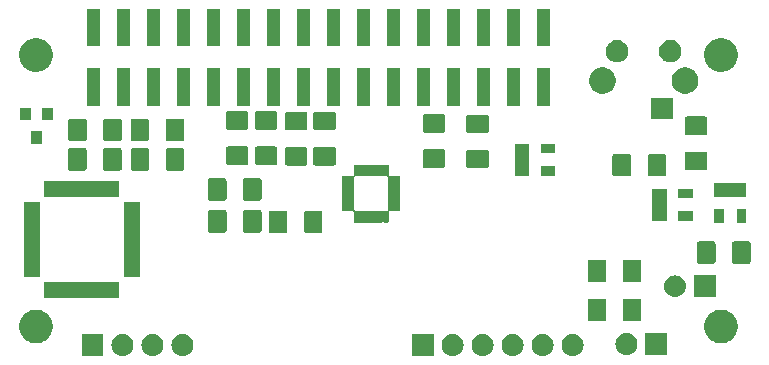
<source format=gbr>
G04 #@! TF.GenerationSoftware,KiCad,Pcbnew,(5.0.1)-4*
G04 #@! TF.CreationDate,2019-04-28T12:35:44+01:00*
G04 #@! TF.ProjectId,Bell-Boy,42656C6C2D426F792E6B696361645F70,rev?*
G04 #@! TF.SameCoordinates,Original*
G04 #@! TF.FileFunction,Soldermask,Bot*
G04 #@! TF.FilePolarity,Negative*
%FSLAX46Y46*%
G04 Gerber Fmt 4.6, Leading zero omitted, Abs format (unit mm)*
G04 Created by KiCad (PCBNEW (5.0.1)-4) date 28/04/2019 12:35:44*
%MOMM*%
%LPD*%
G01*
G04 APERTURE LIST*
%ADD10C,0.100000*%
G04 APERTURE END LIST*
D10*
G36*
X98631567Y-77137202D02*
X98806156Y-77190163D01*
X98967059Y-77276167D01*
X99108091Y-77391909D01*
X99223833Y-77532941D01*
X99309837Y-77693844D01*
X99362798Y-77868433D01*
X99380681Y-78050000D01*
X99362798Y-78231567D01*
X99309837Y-78406156D01*
X99223833Y-78567059D01*
X99108091Y-78708091D01*
X98967059Y-78823833D01*
X98806156Y-78909837D01*
X98752214Y-78926200D01*
X98631567Y-78962798D01*
X98495496Y-78976200D01*
X98404504Y-78976200D01*
X98268433Y-78962798D01*
X98147786Y-78926200D01*
X98093844Y-78909837D01*
X97932941Y-78823833D01*
X97791909Y-78708091D01*
X97676167Y-78567059D01*
X97590163Y-78406156D01*
X97537202Y-78231567D01*
X97519319Y-78050000D01*
X97537202Y-77868433D01*
X97590163Y-77693844D01*
X97676167Y-77532941D01*
X97791909Y-77391909D01*
X97932941Y-77276167D01*
X98093844Y-77190163D01*
X98268433Y-77137202D01*
X98404504Y-77123800D01*
X98495496Y-77123800D01*
X98631567Y-77137202D01*
X98631567Y-77137202D01*
G37*
G36*
X88471567Y-77137202D02*
X88646156Y-77190163D01*
X88807059Y-77276167D01*
X88948091Y-77391909D01*
X89063833Y-77532941D01*
X89149837Y-77693844D01*
X89202798Y-77868433D01*
X89220681Y-78050000D01*
X89202798Y-78231567D01*
X89149837Y-78406156D01*
X89063833Y-78567059D01*
X88948091Y-78708091D01*
X88807059Y-78823833D01*
X88646156Y-78909837D01*
X88471567Y-78962798D01*
X88335496Y-78976200D01*
X88244504Y-78976200D01*
X88108433Y-78962798D01*
X87933844Y-78909837D01*
X87772941Y-78823833D01*
X87631909Y-78708091D01*
X87516167Y-78567059D01*
X87430163Y-78406156D01*
X87377202Y-78231567D01*
X87359319Y-78050000D01*
X87377202Y-77868433D01*
X87430163Y-77693844D01*
X87516167Y-77532941D01*
X87631909Y-77391909D01*
X87772941Y-77276167D01*
X87933844Y-77190163D01*
X88108433Y-77137202D01*
X88244504Y-77123800D01*
X88335496Y-77123800D01*
X88471567Y-77137202D01*
X88471567Y-77137202D01*
G37*
G36*
X86676200Y-78976200D02*
X84823800Y-78976200D01*
X84823800Y-77123800D01*
X86676200Y-77123800D01*
X86676200Y-78976200D01*
X86676200Y-78976200D01*
G37*
G36*
X91011567Y-77137202D02*
X91186156Y-77190163D01*
X91347059Y-77276167D01*
X91488091Y-77391909D01*
X91603833Y-77532941D01*
X91689837Y-77693844D01*
X91742798Y-77868433D01*
X91760681Y-78050000D01*
X91742798Y-78231567D01*
X91689837Y-78406156D01*
X91603833Y-78567059D01*
X91488091Y-78708091D01*
X91347059Y-78823833D01*
X91186156Y-78909837D01*
X91011567Y-78962798D01*
X90875496Y-78976200D01*
X90784504Y-78976200D01*
X90648433Y-78962798D01*
X90473844Y-78909837D01*
X90312941Y-78823833D01*
X90171909Y-78708091D01*
X90056167Y-78567059D01*
X89970163Y-78406156D01*
X89917202Y-78231567D01*
X89899319Y-78050000D01*
X89917202Y-77868433D01*
X89970163Y-77693844D01*
X90056167Y-77532941D01*
X90171909Y-77391909D01*
X90312941Y-77276167D01*
X90473844Y-77190163D01*
X90648433Y-77137202D01*
X90784504Y-77123800D01*
X90875496Y-77123800D01*
X91011567Y-77137202D01*
X91011567Y-77137202D01*
G37*
G36*
X93551567Y-77137202D02*
X93726156Y-77190163D01*
X93887059Y-77276167D01*
X94028091Y-77391909D01*
X94143833Y-77532941D01*
X94229837Y-77693844D01*
X94282798Y-77868433D01*
X94300681Y-78050000D01*
X94282798Y-78231567D01*
X94229837Y-78406156D01*
X94143833Y-78567059D01*
X94028091Y-78708091D01*
X93887059Y-78823833D01*
X93726156Y-78909837D01*
X93551567Y-78962798D01*
X93415496Y-78976200D01*
X93324504Y-78976200D01*
X93188433Y-78962798D01*
X93013844Y-78909837D01*
X92852941Y-78823833D01*
X92711909Y-78708091D01*
X92596167Y-78567059D01*
X92510163Y-78406156D01*
X92457202Y-78231567D01*
X92439319Y-78050000D01*
X92457202Y-77868433D01*
X92510163Y-77693844D01*
X92596167Y-77532941D01*
X92711909Y-77391909D01*
X92852941Y-77276167D01*
X93013844Y-77190163D01*
X93188433Y-77137202D01*
X93324504Y-77123800D01*
X93415496Y-77123800D01*
X93551567Y-77137202D01*
X93551567Y-77137202D01*
G37*
G36*
X96091567Y-77137202D02*
X96266156Y-77190163D01*
X96427059Y-77276167D01*
X96568091Y-77391909D01*
X96683833Y-77532941D01*
X96769837Y-77693844D01*
X96822798Y-77868433D01*
X96840681Y-78050000D01*
X96822798Y-78231567D01*
X96769837Y-78406156D01*
X96683833Y-78567059D01*
X96568091Y-78708091D01*
X96427059Y-78823833D01*
X96266156Y-78909837D01*
X96091567Y-78962798D01*
X95955496Y-78976200D01*
X95864504Y-78976200D01*
X95728433Y-78962798D01*
X95553844Y-78909837D01*
X95392941Y-78823833D01*
X95251909Y-78708091D01*
X95136167Y-78567059D01*
X95050163Y-78406156D01*
X94997202Y-78231567D01*
X94979319Y-78050000D01*
X94997202Y-77868433D01*
X95050163Y-77693844D01*
X95136167Y-77532941D01*
X95251909Y-77391909D01*
X95392941Y-77276167D01*
X95553844Y-77190163D01*
X95728433Y-77137202D01*
X95864504Y-77123800D01*
X95955496Y-77123800D01*
X96091567Y-77137202D01*
X96091567Y-77137202D01*
G37*
G36*
X60521567Y-77137202D02*
X60696156Y-77190163D01*
X60857059Y-77276167D01*
X60998091Y-77391909D01*
X61113833Y-77532941D01*
X61199837Y-77693844D01*
X61252798Y-77868433D01*
X61270681Y-78050000D01*
X61252798Y-78231567D01*
X61199837Y-78406156D01*
X61113833Y-78567059D01*
X60998091Y-78708091D01*
X60857059Y-78823833D01*
X60696156Y-78909837D01*
X60521567Y-78962798D01*
X60385496Y-78976200D01*
X60294504Y-78976200D01*
X60158433Y-78962798D01*
X59983844Y-78909837D01*
X59822941Y-78823833D01*
X59681909Y-78708091D01*
X59566167Y-78567059D01*
X59480163Y-78406156D01*
X59427202Y-78231567D01*
X59409319Y-78050000D01*
X59427202Y-77868433D01*
X59480163Y-77693844D01*
X59566167Y-77532941D01*
X59681909Y-77391909D01*
X59822941Y-77276167D01*
X59983844Y-77190163D01*
X60158433Y-77137202D01*
X60294504Y-77123800D01*
X60385496Y-77123800D01*
X60521567Y-77137202D01*
X60521567Y-77137202D01*
G37*
G36*
X63061567Y-77137202D02*
X63236156Y-77190163D01*
X63397059Y-77276167D01*
X63538091Y-77391909D01*
X63653833Y-77532941D01*
X63739837Y-77693844D01*
X63792798Y-77868433D01*
X63810681Y-78050000D01*
X63792798Y-78231567D01*
X63739837Y-78406156D01*
X63653833Y-78567059D01*
X63538091Y-78708091D01*
X63397059Y-78823833D01*
X63236156Y-78909837D01*
X63061567Y-78962798D01*
X62925496Y-78976200D01*
X62834504Y-78976200D01*
X62698433Y-78962798D01*
X62523844Y-78909837D01*
X62362941Y-78823833D01*
X62221909Y-78708091D01*
X62106167Y-78567059D01*
X62020163Y-78406156D01*
X61967202Y-78231567D01*
X61949319Y-78050000D01*
X61967202Y-77868433D01*
X62020163Y-77693844D01*
X62106167Y-77532941D01*
X62221909Y-77391909D01*
X62362941Y-77276167D01*
X62523844Y-77190163D01*
X62698433Y-77137202D01*
X62834504Y-77123800D01*
X62925496Y-77123800D01*
X63061567Y-77137202D01*
X63061567Y-77137202D01*
G37*
G36*
X65601567Y-77137202D02*
X65776156Y-77190163D01*
X65937059Y-77276167D01*
X66078091Y-77391909D01*
X66193833Y-77532941D01*
X66279837Y-77693844D01*
X66332798Y-77868433D01*
X66350681Y-78050000D01*
X66332798Y-78231567D01*
X66279837Y-78406156D01*
X66193833Y-78567059D01*
X66078091Y-78708091D01*
X65937059Y-78823833D01*
X65776156Y-78909837D01*
X65601567Y-78962798D01*
X65465496Y-78976200D01*
X65374504Y-78976200D01*
X65238433Y-78962798D01*
X65063844Y-78909837D01*
X64902941Y-78823833D01*
X64761909Y-78708091D01*
X64646167Y-78567059D01*
X64560163Y-78406156D01*
X64507202Y-78231567D01*
X64489319Y-78050000D01*
X64507202Y-77868433D01*
X64560163Y-77693844D01*
X64646167Y-77532941D01*
X64761909Y-77391909D01*
X64902941Y-77276167D01*
X65063844Y-77190163D01*
X65238433Y-77137202D01*
X65374504Y-77123800D01*
X65465496Y-77123800D01*
X65601567Y-77137202D01*
X65601567Y-77137202D01*
G37*
G36*
X58726200Y-78976200D02*
X56873800Y-78976200D01*
X56873800Y-77123800D01*
X58726200Y-77123800D01*
X58726200Y-78976200D01*
X58726200Y-78976200D01*
G37*
G36*
X103191567Y-77087202D02*
X103366156Y-77140163D01*
X103527059Y-77226167D01*
X103668091Y-77341909D01*
X103783833Y-77482941D01*
X103869837Y-77643844D01*
X103922798Y-77818433D01*
X103940681Y-78000000D01*
X103922798Y-78181567D01*
X103869837Y-78356156D01*
X103783833Y-78517059D01*
X103668091Y-78658091D01*
X103527059Y-78773833D01*
X103366156Y-78859837D01*
X103191567Y-78912798D01*
X103055496Y-78926200D01*
X102964504Y-78926200D01*
X102828433Y-78912798D01*
X102653844Y-78859837D01*
X102492941Y-78773833D01*
X102351909Y-78658091D01*
X102236167Y-78517059D01*
X102150163Y-78356156D01*
X102097202Y-78181567D01*
X102079319Y-78000000D01*
X102097202Y-77818433D01*
X102150163Y-77643844D01*
X102236167Y-77482941D01*
X102351909Y-77341909D01*
X102492941Y-77226167D01*
X102653844Y-77140163D01*
X102828433Y-77087202D01*
X102964504Y-77073800D01*
X103055496Y-77073800D01*
X103191567Y-77087202D01*
X103191567Y-77087202D01*
G37*
G36*
X106476200Y-78926200D02*
X104623800Y-78926200D01*
X104623800Y-77073800D01*
X106476200Y-77073800D01*
X106476200Y-78926200D01*
X106476200Y-78926200D01*
G37*
G36*
X111416007Y-75128608D02*
X111675559Y-75236118D01*
X111909150Y-75392198D01*
X112107802Y-75590850D01*
X112263882Y-75824441D01*
X112371392Y-76083993D01*
X112426200Y-76359532D01*
X112426200Y-76640468D01*
X112371392Y-76916007D01*
X112263882Y-77175559D01*
X112107802Y-77409150D01*
X111909150Y-77607802D01*
X111675559Y-77763882D01*
X111416007Y-77871392D01*
X111140468Y-77926200D01*
X110859532Y-77926200D01*
X110583993Y-77871392D01*
X110324441Y-77763882D01*
X110090850Y-77607802D01*
X109892198Y-77409150D01*
X109736118Y-77175559D01*
X109628608Y-76916007D01*
X109573800Y-76640468D01*
X109573800Y-76359532D01*
X109628608Y-76083993D01*
X109736118Y-75824441D01*
X109892198Y-75590850D01*
X110090850Y-75392198D01*
X110324441Y-75236118D01*
X110583993Y-75128608D01*
X110859532Y-75073800D01*
X111140468Y-75073800D01*
X111416007Y-75128608D01*
X111416007Y-75128608D01*
G37*
G36*
X53416005Y-75128607D02*
X53675557Y-75236117D01*
X53909148Y-75392197D01*
X54107800Y-75590849D01*
X54263880Y-75824440D01*
X54371390Y-76083992D01*
X54426198Y-76359531D01*
X54426198Y-76640467D01*
X54371390Y-76916006D01*
X54263880Y-77175558D01*
X54107800Y-77409149D01*
X53909148Y-77607801D01*
X53675557Y-77763881D01*
X53416005Y-77871391D01*
X53140466Y-77926199D01*
X52859530Y-77926199D01*
X52583991Y-77871391D01*
X52324439Y-77763881D01*
X52090848Y-77607801D01*
X51892196Y-77409149D01*
X51736116Y-77175558D01*
X51628606Y-76916006D01*
X51573798Y-76640467D01*
X51573798Y-76359531D01*
X51628606Y-76083992D01*
X51736116Y-75824440D01*
X51892196Y-75590849D01*
X52090848Y-75392197D01*
X52324439Y-75236117D01*
X52583991Y-75128607D01*
X52859530Y-75073799D01*
X53140466Y-75073799D01*
X53416005Y-75128607D01*
X53416005Y-75128607D01*
G37*
G36*
X101144685Y-74153136D02*
X101181024Y-74164159D01*
X101214504Y-74182054D01*
X101243857Y-74206143D01*
X101267946Y-74235496D01*
X101285841Y-74268976D01*
X101296864Y-74305315D01*
X101301200Y-74349334D01*
X101301200Y-75850666D01*
X101296864Y-75894685D01*
X101285841Y-75931024D01*
X101267946Y-75964504D01*
X101243857Y-75993857D01*
X101214504Y-76017946D01*
X101181024Y-76035841D01*
X101144685Y-76046864D01*
X101100666Y-76051200D01*
X99924334Y-76051200D01*
X99880315Y-76046864D01*
X99843976Y-76035841D01*
X99810496Y-76017946D01*
X99781143Y-75993857D01*
X99757054Y-75964504D01*
X99739159Y-75931024D01*
X99728136Y-75894685D01*
X99723800Y-75850666D01*
X99723800Y-74349334D01*
X99728136Y-74305315D01*
X99739159Y-74268976D01*
X99757054Y-74235496D01*
X99781143Y-74206143D01*
X99810496Y-74182054D01*
X99843976Y-74164159D01*
X99880315Y-74153136D01*
X99924334Y-74148800D01*
X101100666Y-74148800D01*
X101144685Y-74153136D01*
X101144685Y-74153136D01*
G37*
G36*
X104119685Y-74153136D02*
X104156024Y-74164159D01*
X104189504Y-74182054D01*
X104218857Y-74206143D01*
X104242946Y-74235496D01*
X104260841Y-74268976D01*
X104271864Y-74305315D01*
X104276200Y-74349334D01*
X104276200Y-75850666D01*
X104271864Y-75894685D01*
X104260841Y-75931024D01*
X104242946Y-75964504D01*
X104218857Y-75993857D01*
X104189504Y-76017946D01*
X104156024Y-76035841D01*
X104119685Y-76046864D01*
X104075666Y-76051200D01*
X102899334Y-76051200D01*
X102855315Y-76046864D01*
X102818976Y-76035841D01*
X102785496Y-76017946D01*
X102756143Y-75993857D01*
X102732054Y-75964504D01*
X102714159Y-75931024D01*
X102703136Y-75894685D01*
X102698800Y-75850666D01*
X102698800Y-74349334D01*
X102703136Y-74305315D01*
X102714159Y-74268976D01*
X102732054Y-74235496D01*
X102756143Y-74206143D01*
X102785496Y-74182054D01*
X102818976Y-74164159D01*
X102855315Y-74153136D01*
X102899334Y-74148800D01*
X104075666Y-74148800D01*
X104119685Y-74153136D01*
X104119685Y-74153136D01*
G37*
G36*
X60076200Y-74076200D02*
X53723800Y-74076200D01*
X53723800Y-72723800D01*
X60076200Y-72723800D01*
X60076200Y-74076200D01*
X60076200Y-74076200D01*
G37*
G36*
X110576200Y-74026200D02*
X108723800Y-74026200D01*
X108723800Y-72173800D01*
X110576200Y-72173800D01*
X110576200Y-74026200D01*
X110576200Y-74026200D01*
G37*
G36*
X107291567Y-72187202D02*
X107466156Y-72240163D01*
X107627059Y-72326167D01*
X107768091Y-72441909D01*
X107883833Y-72582941D01*
X107969837Y-72743844D01*
X108022798Y-72918433D01*
X108040681Y-73100000D01*
X108022798Y-73281567D01*
X107969837Y-73456156D01*
X107883833Y-73617059D01*
X107768091Y-73758091D01*
X107627059Y-73873833D01*
X107466156Y-73959837D01*
X107291567Y-74012798D01*
X107155496Y-74026200D01*
X107064504Y-74026200D01*
X106928433Y-74012798D01*
X106753844Y-73959837D01*
X106592941Y-73873833D01*
X106451909Y-73758091D01*
X106336167Y-73617059D01*
X106250163Y-73456156D01*
X106197202Y-73281567D01*
X106179319Y-73100000D01*
X106197202Y-72918433D01*
X106250163Y-72743844D01*
X106336167Y-72582941D01*
X106451909Y-72441909D01*
X106592941Y-72326167D01*
X106753844Y-72240163D01*
X106928433Y-72187202D01*
X107064504Y-72173800D01*
X107155496Y-72173800D01*
X107291567Y-72187202D01*
X107291567Y-72187202D01*
G37*
G36*
X101144685Y-70853136D02*
X101181024Y-70864159D01*
X101214504Y-70882054D01*
X101243857Y-70906143D01*
X101267946Y-70935496D01*
X101285841Y-70968976D01*
X101296864Y-71005315D01*
X101301200Y-71049334D01*
X101301200Y-72550666D01*
X101296864Y-72594685D01*
X101285841Y-72631024D01*
X101267946Y-72664504D01*
X101243857Y-72693857D01*
X101214504Y-72717946D01*
X101181024Y-72735841D01*
X101144685Y-72746864D01*
X101100666Y-72751200D01*
X99924334Y-72751200D01*
X99880315Y-72746864D01*
X99843976Y-72735841D01*
X99810496Y-72717946D01*
X99781143Y-72693857D01*
X99757054Y-72664504D01*
X99739159Y-72631024D01*
X99728136Y-72594685D01*
X99723800Y-72550666D01*
X99723800Y-71049334D01*
X99728136Y-71005315D01*
X99739159Y-70968976D01*
X99757054Y-70935496D01*
X99781143Y-70906143D01*
X99810496Y-70882054D01*
X99843976Y-70864159D01*
X99880315Y-70853136D01*
X99924334Y-70848800D01*
X101100666Y-70848800D01*
X101144685Y-70853136D01*
X101144685Y-70853136D01*
G37*
G36*
X104119685Y-70853136D02*
X104156024Y-70864159D01*
X104189504Y-70882054D01*
X104218857Y-70906143D01*
X104242946Y-70935496D01*
X104260841Y-70968976D01*
X104271864Y-71005315D01*
X104276200Y-71049334D01*
X104276200Y-72550666D01*
X104271864Y-72594685D01*
X104260841Y-72631024D01*
X104242946Y-72664504D01*
X104218857Y-72693857D01*
X104189504Y-72717946D01*
X104156024Y-72735841D01*
X104119685Y-72746864D01*
X104075666Y-72751200D01*
X102899334Y-72751200D01*
X102855315Y-72746864D01*
X102818976Y-72735841D01*
X102785496Y-72717946D01*
X102756143Y-72693857D01*
X102732054Y-72664504D01*
X102714159Y-72631024D01*
X102703136Y-72594685D01*
X102698800Y-72550666D01*
X102698800Y-71049334D01*
X102703136Y-71005315D01*
X102714159Y-70968976D01*
X102732054Y-70935496D01*
X102756143Y-70906143D01*
X102785496Y-70882054D01*
X102818976Y-70864159D01*
X102855315Y-70853136D01*
X102899334Y-70848800D01*
X104075666Y-70848800D01*
X104119685Y-70853136D01*
X104119685Y-70853136D01*
G37*
G36*
X53326200Y-72326200D02*
X51973800Y-72326200D01*
X51973800Y-65973800D01*
X53326200Y-65973800D01*
X53326200Y-72326200D01*
X53326200Y-72326200D01*
G37*
G36*
X61826200Y-72326200D02*
X60473800Y-72326200D01*
X60473800Y-65973800D01*
X61826200Y-65973800D01*
X61826200Y-72326200D01*
X61826200Y-72326200D01*
G37*
G36*
X113369685Y-69303136D02*
X113406024Y-69314159D01*
X113439504Y-69332054D01*
X113468857Y-69356143D01*
X113492946Y-69385496D01*
X113510841Y-69418976D01*
X113521864Y-69455315D01*
X113526200Y-69499334D01*
X113526200Y-71000666D01*
X113521864Y-71044685D01*
X113510841Y-71081024D01*
X113492946Y-71114504D01*
X113468857Y-71143857D01*
X113439504Y-71167946D01*
X113406024Y-71185841D01*
X113369685Y-71196864D01*
X113325666Y-71201200D01*
X112149334Y-71201200D01*
X112105315Y-71196864D01*
X112068976Y-71185841D01*
X112035496Y-71167946D01*
X112006143Y-71143857D01*
X111982054Y-71114504D01*
X111964159Y-71081024D01*
X111953136Y-71044685D01*
X111948800Y-71000666D01*
X111948800Y-69499334D01*
X111953136Y-69455315D01*
X111964159Y-69418976D01*
X111982054Y-69385496D01*
X112006143Y-69356143D01*
X112035496Y-69332054D01*
X112068976Y-69314159D01*
X112105315Y-69303136D01*
X112149334Y-69298800D01*
X113325666Y-69298800D01*
X113369685Y-69303136D01*
X113369685Y-69303136D01*
G37*
G36*
X110394685Y-69303136D02*
X110431024Y-69314159D01*
X110464504Y-69332054D01*
X110493857Y-69356143D01*
X110517946Y-69385496D01*
X110535841Y-69418976D01*
X110546864Y-69455315D01*
X110551200Y-69499334D01*
X110551200Y-71000666D01*
X110546864Y-71044685D01*
X110535841Y-71081024D01*
X110517946Y-71114504D01*
X110493857Y-71143857D01*
X110464504Y-71167946D01*
X110431024Y-71185841D01*
X110394685Y-71196864D01*
X110350666Y-71201200D01*
X109174334Y-71201200D01*
X109130315Y-71196864D01*
X109093976Y-71185841D01*
X109060496Y-71167946D01*
X109031143Y-71143857D01*
X109007054Y-71114504D01*
X108989159Y-71081024D01*
X108978136Y-71044685D01*
X108973800Y-71000666D01*
X108973800Y-69499334D01*
X108978136Y-69455315D01*
X108989159Y-69418976D01*
X109007054Y-69385496D01*
X109031143Y-69356143D01*
X109060496Y-69332054D01*
X109093976Y-69314159D01*
X109130315Y-69303136D01*
X109174334Y-69298800D01*
X110350666Y-69298800D01*
X110394685Y-69303136D01*
X110394685Y-69303136D01*
G37*
G36*
X74144685Y-66703136D02*
X74181024Y-66714159D01*
X74214504Y-66732054D01*
X74243857Y-66756143D01*
X74267946Y-66785496D01*
X74285841Y-66818976D01*
X74296864Y-66855315D01*
X74301200Y-66899334D01*
X74301200Y-68400666D01*
X74296864Y-68444685D01*
X74285841Y-68481024D01*
X74267946Y-68514504D01*
X74243857Y-68543857D01*
X74214504Y-68567946D01*
X74181024Y-68585841D01*
X74144685Y-68596864D01*
X74100666Y-68601200D01*
X72924334Y-68601200D01*
X72880315Y-68596864D01*
X72843976Y-68585841D01*
X72810496Y-68567946D01*
X72781143Y-68543857D01*
X72757054Y-68514504D01*
X72739159Y-68481024D01*
X72728136Y-68444685D01*
X72723800Y-68400666D01*
X72723800Y-66899334D01*
X72728136Y-66855315D01*
X72739159Y-66818976D01*
X72757054Y-66785496D01*
X72781143Y-66756143D01*
X72810496Y-66732054D01*
X72843976Y-66714159D01*
X72880315Y-66703136D01*
X72924334Y-66698800D01*
X74100666Y-66698800D01*
X74144685Y-66703136D01*
X74144685Y-66703136D01*
G37*
G36*
X77119685Y-66703136D02*
X77156024Y-66714159D01*
X77189504Y-66732054D01*
X77218857Y-66756143D01*
X77242946Y-66785496D01*
X77260841Y-66818976D01*
X77271864Y-66855315D01*
X77276200Y-66899334D01*
X77276200Y-68400666D01*
X77271864Y-68444685D01*
X77260841Y-68481024D01*
X77242946Y-68514504D01*
X77218857Y-68543857D01*
X77189504Y-68567946D01*
X77156024Y-68585841D01*
X77119685Y-68596864D01*
X77075666Y-68601200D01*
X75899334Y-68601200D01*
X75855315Y-68596864D01*
X75818976Y-68585841D01*
X75785496Y-68567946D01*
X75756143Y-68543857D01*
X75732054Y-68514504D01*
X75714159Y-68481024D01*
X75703136Y-68444685D01*
X75698800Y-68400666D01*
X75698800Y-66899334D01*
X75703136Y-66855315D01*
X75714159Y-66818976D01*
X75732054Y-66785496D01*
X75756143Y-66756143D01*
X75785496Y-66732054D01*
X75818976Y-66714159D01*
X75855315Y-66703136D01*
X75899334Y-66698800D01*
X77075666Y-66698800D01*
X77119685Y-66703136D01*
X77119685Y-66703136D01*
G37*
G36*
X71969685Y-66653136D02*
X72006024Y-66664159D01*
X72039504Y-66682054D01*
X72068857Y-66706143D01*
X72092946Y-66735496D01*
X72110841Y-66768976D01*
X72121864Y-66805315D01*
X72126200Y-66849334D01*
X72126200Y-68350666D01*
X72121864Y-68394685D01*
X72110841Y-68431024D01*
X72092946Y-68464504D01*
X72068857Y-68493857D01*
X72039504Y-68517946D01*
X72006024Y-68535841D01*
X71969685Y-68546864D01*
X71925666Y-68551200D01*
X70749334Y-68551200D01*
X70705315Y-68546864D01*
X70668976Y-68535841D01*
X70635496Y-68517946D01*
X70606143Y-68493857D01*
X70582054Y-68464504D01*
X70564159Y-68431024D01*
X70553136Y-68394685D01*
X70548800Y-68350666D01*
X70548800Y-66849334D01*
X70553136Y-66805315D01*
X70564159Y-66768976D01*
X70582054Y-66735496D01*
X70606143Y-66706143D01*
X70635496Y-66682054D01*
X70668976Y-66664159D01*
X70705315Y-66653136D01*
X70749334Y-66648800D01*
X71925666Y-66648800D01*
X71969685Y-66653136D01*
X71969685Y-66653136D01*
G37*
G36*
X68994685Y-66653136D02*
X69031024Y-66664159D01*
X69064504Y-66682054D01*
X69093857Y-66706143D01*
X69117946Y-66735496D01*
X69135841Y-66768976D01*
X69146864Y-66805315D01*
X69151200Y-66849334D01*
X69151200Y-68350666D01*
X69146864Y-68394685D01*
X69135841Y-68431024D01*
X69117946Y-68464504D01*
X69093857Y-68493857D01*
X69064504Y-68517946D01*
X69031024Y-68535841D01*
X68994685Y-68546864D01*
X68950666Y-68551200D01*
X67774334Y-68551200D01*
X67730315Y-68546864D01*
X67693976Y-68535841D01*
X67660496Y-68517946D01*
X67631143Y-68493857D01*
X67607054Y-68464504D01*
X67589159Y-68431024D01*
X67578136Y-68394685D01*
X67573800Y-68350666D01*
X67573800Y-66849334D01*
X67578136Y-66805315D01*
X67589159Y-66768976D01*
X67607054Y-66735496D01*
X67631143Y-66706143D01*
X67660496Y-66682054D01*
X67693976Y-66664159D01*
X67730315Y-66653136D01*
X67774334Y-66648800D01*
X68950666Y-66648800D01*
X68994685Y-66653136D01*
X68994685Y-66653136D01*
G37*
G36*
X113151200Y-67756200D02*
X112348800Y-67756200D01*
X112348800Y-66543800D01*
X113151200Y-66543800D01*
X113151200Y-67756200D01*
X113151200Y-67756200D01*
G37*
G36*
X111251200Y-67756200D02*
X110448800Y-67756200D01*
X110448800Y-66543800D01*
X111251200Y-66543800D01*
X111251200Y-67756200D01*
X111251200Y-67756200D01*
G37*
G36*
X80336158Y-62800356D02*
X80351003Y-62804860D01*
X80363130Y-62809883D01*
X80387548Y-62814741D01*
X80412445Y-62814742D01*
X80436863Y-62809885D01*
X80448993Y-62804861D01*
X80463842Y-62800356D01*
X80479643Y-62798800D01*
X80820357Y-62798800D01*
X80836158Y-62800356D01*
X80851003Y-62804860D01*
X80863130Y-62809883D01*
X80887548Y-62814741D01*
X80912445Y-62814742D01*
X80936863Y-62809885D01*
X80948993Y-62804861D01*
X80963842Y-62800356D01*
X80979643Y-62798800D01*
X81320357Y-62798800D01*
X81336158Y-62800356D01*
X81351003Y-62804860D01*
X81363130Y-62809883D01*
X81387548Y-62814741D01*
X81412445Y-62814742D01*
X81436863Y-62809885D01*
X81448993Y-62804861D01*
X81463842Y-62800356D01*
X81479643Y-62798800D01*
X81820357Y-62798800D01*
X81836158Y-62800356D01*
X81851003Y-62804860D01*
X81863130Y-62809883D01*
X81887548Y-62814741D01*
X81912445Y-62814742D01*
X81936863Y-62809885D01*
X81948993Y-62804861D01*
X81963842Y-62800356D01*
X81979643Y-62798800D01*
X82320357Y-62798800D01*
X82336158Y-62800356D01*
X82351003Y-62804860D01*
X82363130Y-62809883D01*
X82387548Y-62814741D01*
X82412445Y-62814742D01*
X82436863Y-62809885D01*
X82448993Y-62804861D01*
X82463842Y-62800356D01*
X82479643Y-62798800D01*
X82820357Y-62798800D01*
X82836158Y-62800356D01*
X82845348Y-62803144D01*
X82853813Y-62807668D01*
X82861238Y-62813762D01*
X82867332Y-62821187D01*
X82871856Y-62829652D01*
X82874644Y-62838842D01*
X82876200Y-62854643D01*
X82876200Y-63646800D01*
X82878640Y-63671576D01*
X82885867Y-63695401D01*
X82897603Y-63717357D01*
X82913397Y-63736603D01*
X82932643Y-63752397D01*
X82954599Y-63764133D01*
X82978424Y-63771360D01*
X83003200Y-63773800D01*
X83795357Y-63773800D01*
X83811158Y-63775356D01*
X83820348Y-63778144D01*
X83828813Y-63782668D01*
X83836238Y-63788762D01*
X83842332Y-63796187D01*
X83846856Y-63804652D01*
X83849644Y-63813842D01*
X83851200Y-63829643D01*
X83851200Y-64170357D01*
X83849644Y-64186158D01*
X83845140Y-64201003D01*
X83840117Y-64213130D01*
X83835259Y-64237548D01*
X83835258Y-64262445D01*
X83840115Y-64286863D01*
X83845139Y-64298993D01*
X83849644Y-64313842D01*
X83851200Y-64329643D01*
X83851200Y-64670357D01*
X83849644Y-64686158D01*
X83845140Y-64701003D01*
X83840117Y-64713130D01*
X83835259Y-64737548D01*
X83835258Y-64762445D01*
X83840115Y-64786863D01*
X83845139Y-64798993D01*
X83849644Y-64813842D01*
X83851200Y-64829643D01*
X83851200Y-65170357D01*
X83849644Y-65186158D01*
X83845140Y-65201003D01*
X83840117Y-65213130D01*
X83835259Y-65237548D01*
X83835258Y-65262445D01*
X83840115Y-65286863D01*
X83845139Y-65298993D01*
X83849644Y-65313842D01*
X83851200Y-65329643D01*
X83851200Y-65670357D01*
X83849644Y-65686158D01*
X83845140Y-65701003D01*
X83840117Y-65713130D01*
X83835259Y-65737548D01*
X83835258Y-65762445D01*
X83840115Y-65786863D01*
X83845139Y-65798993D01*
X83849644Y-65813842D01*
X83851200Y-65829643D01*
X83851200Y-66170357D01*
X83849644Y-66186158D01*
X83845140Y-66201003D01*
X83840117Y-66213130D01*
X83835259Y-66237548D01*
X83835258Y-66262445D01*
X83840115Y-66286863D01*
X83845139Y-66298993D01*
X83849644Y-66313842D01*
X83851200Y-66329643D01*
X83851200Y-66670357D01*
X83849644Y-66686158D01*
X83846856Y-66695348D01*
X83842332Y-66703813D01*
X83836238Y-66711238D01*
X83828813Y-66717332D01*
X83820348Y-66721856D01*
X83811158Y-66724644D01*
X83795357Y-66726200D01*
X83003200Y-66726200D01*
X82978424Y-66728640D01*
X82954599Y-66735867D01*
X82932643Y-66747603D01*
X82913397Y-66763397D01*
X82897603Y-66782643D01*
X82885867Y-66804599D01*
X82878640Y-66828424D01*
X82876200Y-66853200D01*
X82876200Y-67645357D01*
X82874644Y-67661158D01*
X82871856Y-67670348D01*
X82867332Y-67678813D01*
X82861238Y-67686238D01*
X82853813Y-67692332D01*
X82845348Y-67696856D01*
X82836158Y-67699644D01*
X82820357Y-67701200D01*
X82479643Y-67701200D01*
X82463842Y-67699644D01*
X82448997Y-67695140D01*
X82436870Y-67690117D01*
X82412452Y-67685259D01*
X82387555Y-67685258D01*
X82363137Y-67690115D01*
X82351007Y-67695139D01*
X82336158Y-67699644D01*
X82320357Y-67701200D01*
X81979643Y-67701200D01*
X81963842Y-67699644D01*
X81948997Y-67695140D01*
X81936870Y-67690117D01*
X81912452Y-67685259D01*
X81887555Y-67685258D01*
X81863137Y-67690115D01*
X81851007Y-67695139D01*
X81836158Y-67699644D01*
X81820357Y-67701200D01*
X81479643Y-67701200D01*
X81463842Y-67699644D01*
X81448997Y-67695140D01*
X81436870Y-67690117D01*
X81412452Y-67685259D01*
X81387555Y-67685258D01*
X81363137Y-67690115D01*
X81351007Y-67695139D01*
X81336158Y-67699644D01*
X81320357Y-67701200D01*
X80979643Y-67701200D01*
X80963842Y-67699644D01*
X80948997Y-67695140D01*
X80936870Y-67690117D01*
X80912452Y-67685259D01*
X80887555Y-67685258D01*
X80863137Y-67690115D01*
X80851007Y-67695139D01*
X80836158Y-67699644D01*
X80820357Y-67701200D01*
X80479643Y-67701200D01*
X80463842Y-67699644D01*
X80448997Y-67695140D01*
X80436870Y-67690117D01*
X80412452Y-67685259D01*
X80387555Y-67685258D01*
X80363137Y-67690115D01*
X80351007Y-67695139D01*
X80336158Y-67699644D01*
X80320357Y-67701200D01*
X79979643Y-67701200D01*
X79963842Y-67699644D01*
X79954652Y-67696856D01*
X79946187Y-67692332D01*
X79938762Y-67686238D01*
X79932668Y-67678813D01*
X79928144Y-67670348D01*
X79925356Y-67661158D01*
X79923800Y-67645357D01*
X79923800Y-66853200D01*
X79921360Y-66828424D01*
X79914133Y-66804599D01*
X79902397Y-66782643D01*
X79886603Y-66763397D01*
X79867357Y-66747603D01*
X79845401Y-66735867D01*
X79821576Y-66728640D01*
X79796800Y-66726200D01*
X79004643Y-66726200D01*
X78988842Y-66724644D01*
X78979652Y-66721856D01*
X78971187Y-66717332D01*
X78963762Y-66711238D01*
X78957668Y-66703813D01*
X78953144Y-66695348D01*
X78950356Y-66686158D01*
X78948800Y-66670357D01*
X78948800Y-66329643D01*
X78950356Y-66313842D01*
X78954860Y-66298997D01*
X78959883Y-66286870D01*
X78964741Y-66262452D01*
X78964742Y-66237555D01*
X78959885Y-66213137D01*
X78954861Y-66201007D01*
X78950356Y-66186158D01*
X78948800Y-66170357D01*
X78948800Y-65829643D01*
X78950356Y-65813842D01*
X78954860Y-65798997D01*
X78959883Y-65786870D01*
X78964741Y-65762452D01*
X78964742Y-65737555D01*
X78959885Y-65713137D01*
X78954861Y-65701007D01*
X78950356Y-65686158D01*
X78948800Y-65670357D01*
X78948800Y-65329643D01*
X78950356Y-65313842D01*
X78954860Y-65298997D01*
X78959883Y-65286870D01*
X78964741Y-65262452D01*
X78964742Y-65237555D01*
X78959885Y-65213137D01*
X78954861Y-65201007D01*
X78950356Y-65186158D01*
X78948800Y-65170357D01*
X78948800Y-64829643D01*
X78950356Y-64813842D01*
X78954860Y-64798997D01*
X78959883Y-64786870D01*
X78964741Y-64762452D01*
X78964742Y-64737555D01*
X78959885Y-64713137D01*
X78954861Y-64701007D01*
X78950356Y-64686158D01*
X78948800Y-64670357D01*
X78948800Y-64329643D01*
X78950356Y-64313842D01*
X78954860Y-64298997D01*
X78959883Y-64286870D01*
X78964741Y-64262452D01*
X78964741Y-64262445D01*
X79935258Y-64262445D01*
X79940115Y-64286863D01*
X79945139Y-64298993D01*
X79949644Y-64313842D01*
X79951200Y-64329643D01*
X79951200Y-64670357D01*
X79949644Y-64686158D01*
X79945140Y-64701003D01*
X79940117Y-64713130D01*
X79935259Y-64737548D01*
X79935258Y-64762445D01*
X79940115Y-64786863D01*
X79945139Y-64798993D01*
X79949644Y-64813842D01*
X79951200Y-64829643D01*
X79951200Y-65170357D01*
X79949644Y-65186158D01*
X79945140Y-65201003D01*
X79940117Y-65213130D01*
X79935259Y-65237548D01*
X79935258Y-65262445D01*
X79940115Y-65286863D01*
X79945139Y-65298993D01*
X79949644Y-65313842D01*
X79951200Y-65329643D01*
X79951200Y-65670357D01*
X79949644Y-65686158D01*
X79945140Y-65701003D01*
X79940117Y-65713130D01*
X79935259Y-65737548D01*
X79935258Y-65762445D01*
X79940115Y-65786863D01*
X79945139Y-65798993D01*
X79949644Y-65813842D01*
X79951200Y-65829643D01*
X79951200Y-66170357D01*
X79949644Y-66186158D01*
X79945140Y-66201003D01*
X79940117Y-66213130D01*
X79935259Y-66237548D01*
X79935258Y-66262445D01*
X79940115Y-66286863D01*
X79945139Y-66298993D01*
X79949644Y-66313842D01*
X79951200Y-66329643D01*
X79951200Y-66571800D01*
X79953640Y-66596576D01*
X79960867Y-66620401D01*
X79972603Y-66642357D01*
X79988397Y-66661603D01*
X80007643Y-66677397D01*
X80029599Y-66689133D01*
X80053424Y-66696360D01*
X80078200Y-66698800D01*
X80320357Y-66698800D01*
X80336158Y-66700356D01*
X80351003Y-66704860D01*
X80363130Y-66709883D01*
X80387548Y-66714741D01*
X80412445Y-66714742D01*
X80436863Y-66709885D01*
X80448993Y-66704861D01*
X80463842Y-66700356D01*
X80479643Y-66698800D01*
X80820357Y-66698800D01*
X80836158Y-66700356D01*
X80851003Y-66704860D01*
X80863130Y-66709883D01*
X80887548Y-66714741D01*
X80912445Y-66714742D01*
X80936863Y-66709885D01*
X80948993Y-66704861D01*
X80963842Y-66700356D01*
X80979643Y-66698800D01*
X81320357Y-66698800D01*
X81336158Y-66700356D01*
X81351003Y-66704860D01*
X81363130Y-66709883D01*
X81387548Y-66714741D01*
X81412445Y-66714742D01*
X81436863Y-66709885D01*
X81448993Y-66704861D01*
X81463842Y-66700356D01*
X81479643Y-66698800D01*
X81820357Y-66698800D01*
X81836158Y-66700356D01*
X81851003Y-66704860D01*
X81863130Y-66709883D01*
X81887548Y-66714741D01*
X81912445Y-66714742D01*
X81936863Y-66709885D01*
X81948993Y-66704861D01*
X81963842Y-66700356D01*
X81979643Y-66698800D01*
X82320357Y-66698800D01*
X82336158Y-66700356D01*
X82351003Y-66704860D01*
X82363130Y-66709883D01*
X82387548Y-66714741D01*
X82412445Y-66714742D01*
X82436863Y-66709885D01*
X82448993Y-66704861D01*
X82463842Y-66700356D01*
X82479643Y-66698800D01*
X82721800Y-66698800D01*
X82746576Y-66696360D01*
X82770401Y-66689133D01*
X82792357Y-66677397D01*
X82811603Y-66661603D01*
X82827397Y-66642357D01*
X82839133Y-66620401D01*
X82846360Y-66596576D01*
X82848800Y-66571800D01*
X82848800Y-66329643D01*
X82850356Y-66313842D01*
X82854860Y-66298997D01*
X82859883Y-66286870D01*
X82864741Y-66262452D01*
X82864742Y-66237555D01*
X82859885Y-66213137D01*
X82854861Y-66201007D01*
X82850356Y-66186158D01*
X82848800Y-66170357D01*
X82848800Y-65829643D01*
X82850356Y-65813842D01*
X82854860Y-65798997D01*
X82859883Y-65786870D01*
X82864741Y-65762452D01*
X82864742Y-65737555D01*
X82859885Y-65713137D01*
X82854861Y-65701007D01*
X82850356Y-65686158D01*
X82848800Y-65670357D01*
X82848800Y-65329643D01*
X82850356Y-65313842D01*
X82854860Y-65298997D01*
X82859883Y-65286870D01*
X82864741Y-65262452D01*
X82864742Y-65237555D01*
X82859885Y-65213137D01*
X82854861Y-65201007D01*
X82850356Y-65186158D01*
X82848800Y-65170357D01*
X82848800Y-64829643D01*
X82850356Y-64813842D01*
X82854860Y-64798997D01*
X82859883Y-64786870D01*
X82864741Y-64762452D01*
X82864742Y-64737555D01*
X82859885Y-64713137D01*
X82854861Y-64701007D01*
X82850356Y-64686158D01*
X82848800Y-64670357D01*
X82848800Y-64329643D01*
X82850356Y-64313842D01*
X82854860Y-64298997D01*
X82859883Y-64286870D01*
X82864741Y-64262452D01*
X82864742Y-64237555D01*
X82859885Y-64213137D01*
X82854861Y-64201007D01*
X82850356Y-64186158D01*
X82848800Y-64170357D01*
X82848800Y-63928200D01*
X82846360Y-63903424D01*
X82839133Y-63879599D01*
X82827397Y-63857643D01*
X82811603Y-63838397D01*
X82792357Y-63822603D01*
X82770401Y-63810867D01*
X82746576Y-63803640D01*
X82721800Y-63801200D01*
X82479643Y-63801200D01*
X82463842Y-63799644D01*
X82448997Y-63795140D01*
X82436870Y-63790117D01*
X82412452Y-63785259D01*
X82387555Y-63785258D01*
X82363137Y-63790115D01*
X82351007Y-63795139D01*
X82336158Y-63799644D01*
X82320357Y-63801200D01*
X81979643Y-63801200D01*
X81963842Y-63799644D01*
X81948997Y-63795140D01*
X81936870Y-63790117D01*
X81912452Y-63785259D01*
X81887555Y-63785258D01*
X81863137Y-63790115D01*
X81851007Y-63795139D01*
X81836158Y-63799644D01*
X81820357Y-63801200D01*
X81479643Y-63801200D01*
X81463842Y-63799644D01*
X81448997Y-63795140D01*
X81436870Y-63790117D01*
X81412452Y-63785259D01*
X81387555Y-63785258D01*
X81363137Y-63790115D01*
X81351007Y-63795139D01*
X81336158Y-63799644D01*
X81320357Y-63801200D01*
X80979643Y-63801200D01*
X80963842Y-63799644D01*
X80948997Y-63795140D01*
X80936870Y-63790117D01*
X80912452Y-63785259D01*
X80887555Y-63785258D01*
X80863137Y-63790115D01*
X80851007Y-63795139D01*
X80836158Y-63799644D01*
X80820357Y-63801200D01*
X80479643Y-63801200D01*
X80463842Y-63799644D01*
X80448997Y-63795140D01*
X80436870Y-63790117D01*
X80412452Y-63785259D01*
X80387555Y-63785258D01*
X80363137Y-63790115D01*
X80351007Y-63795139D01*
X80336158Y-63799644D01*
X80320357Y-63801200D01*
X80078200Y-63801200D01*
X80053424Y-63803640D01*
X80029599Y-63810867D01*
X80007643Y-63822603D01*
X79988397Y-63838397D01*
X79972603Y-63857643D01*
X79960867Y-63879599D01*
X79953640Y-63903424D01*
X79951200Y-63928200D01*
X79951200Y-64170357D01*
X79949644Y-64186158D01*
X79945140Y-64201003D01*
X79940117Y-64213130D01*
X79935259Y-64237548D01*
X79935258Y-64262445D01*
X78964741Y-64262445D01*
X78964742Y-64237555D01*
X78959885Y-64213137D01*
X78954861Y-64201007D01*
X78950356Y-64186158D01*
X78948800Y-64170357D01*
X78948800Y-63829643D01*
X78950356Y-63813842D01*
X78953144Y-63804652D01*
X78957668Y-63796187D01*
X78963762Y-63788762D01*
X78971187Y-63782668D01*
X78979652Y-63778144D01*
X78988842Y-63775356D01*
X79004643Y-63773800D01*
X79796800Y-63773800D01*
X79821576Y-63771360D01*
X79845401Y-63764133D01*
X79867357Y-63752397D01*
X79886603Y-63736603D01*
X79902397Y-63717357D01*
X79914133Y-63695401D01*
X79921360Y-63671576D01*
X79923800Y-63646800D01*
X79923800Y-62854643D01*
X79925356Y-62838842D01*
X79928144Y-62829652D01*
X79932668Y-62821187D01*
X79938762Y-62813762D01*
X79946187Y-62807668D01*
X79954652Y-62803144D01*
X79963842Y-62800356D01*
X79979643Y-62798800D01*
X80320357Y-62798800D01*
X80336158Y-62800356D01*
X80336158Y-62800356D01*
G37*
G36*
X108606200Y-67551200D02*
X107393800Y-67551200D01*
X107393800Y-66748800D01*
X108606200Y-66748800D01*
X108606200Y-67551200D01*
X108606200Y-67551200D01*
G37*
G36*
X106406200Y-67551200D02*
X105193800Y-67551200D01*
X105193800Y-64848800D01*
X106406200Y-64848800D01*
X106406200Y-67551200D01*
X106406200Y-67551200D01*
G37*
G36*
X71969685Y-63953136D02*
X72006024Y-63964159D01*
X72039504Y-63982054D01*
X72068857Y-64006143D01*
X72092946Y-64035496D01*
X72110841Y-64068976D01*
X72121864Y-64105315D01*
X72126200Y-64149334D01*
X72126200Y-65650666D01*
X72121864Y-65694685D01*
X72110841Y-65731024D01*
X72092946Y-65764504D01*
X72068857Y-65793857D01*
X72039504Y-65817946D01*
X72006024Y-65835841D01*
X71969685Y-65846864D01*
X71925666Y-65851200D01*
X70749334Y-65851200D01*
X70705315Y-65846864D01*
X70668976Y-65835841D01*
X70635496Y-65817946D01*
X70606143Y-65793857D01*
X70582054Y-65764504D01*
X70564159Y-65731024D01*
X70553136Y-65694685D01*
X70548800Y-65650666D01*
X70548800Y-64149334D01*
X70553136Y-64105315D01*
X70564159Y-64068976D01*
X70582054Y-64035496D01*
X70606143Y-64006143D01*
X70635496Y-63982054D01*
X70668976Y-63964159D01*
X70705315Y-63953136D01*
X70749334Y-63948800D01*
X71925666Y-63948800D01*
X71969685Y-63953136D01*
X71969685Y-63953136D01*
G37*
G36*
X68994685Y-63953136D02*
X69031024Y-63964159D01*
X69064504Y-63982054D01*
X69093857Y-64006143D01*
X69117946Y-64035496D01*
X69135841Y-64068976D01*
X69146864Y-64105315D01*
X69151200Y-64149334D01*
X69151200Y-65650666D01*
X69146864Y-65694685D01*
X69135841Y-65731024D01*
X69117946Y-65764504D01*
X69093857Y-65793857D01*
X69064504Y-65817946D01*
X69031024Y-65835841D01*
X68994685Y-65846864D01*
X68950666Y-65851200D01*
X67774334Y-65851200D01*
X67730315Y-65846864D01*
X67693976Y-65835841D01*
X67660496Y-65817946D01*
X67631143Y-65793857D01*
X67607054Y-65764504D01*
X67589159Y-65731024D01*
X67578136Y-65694685D01*
X67573800Y-65650666D01*
X67573800Y-64149334D01*
X67578136Y-64105315D01*
X67589159Y-64068976D01*
X67607054Y-64035496D01*
X67631143Y-64006143D01*
X67660496Y-63982054D01*
X67693976Y-63964159D01*
X67730315Y-63953136D01*
X67774334Y-63948800D01*
X68950666Y-63948800D01*
X68994685Y-63953136D01*
X68994685Y-63953136D01*
G37*
G36*
X108606200Y-65651200D02*
X107393800Y-65651200D01*
X107393800Y-64848800D01*
X108606200Y-64848800D01*
X108606200Y-65651200D01*
X108606200Y-65651200D01*
G37*
G36*
X60076200Y-65576200D02*
X53723800Y-65576200D01*
X53723800Y-64223800D01*
X60076200Y-64223800D01*
X60076200Y-65576200D01*
X60076200Y-65576200D01*
G37*
G36*
X113151200Y-65556200D02*
X110448800Y-65556200D01*
X110448800Y-64343800D01*
X113151200Y-64343800D01*
X113151200Y-65556200D01*
X113151200Y-65556200D01*
G37*
G36*
X103244685Y-61903136D02*
X103281024Y-61914159D01*
X103314504Y-61932054D01*
X103343857Y-61956143D01*
X103367946Y-61985496D01*
X103385841Y-62018976D01*
X103396864Y-62055315D01*
X103401200Y-62099334D01*
X103401200Y-63600666D01*
X103396864Y-63644685D01*
X103385841Y-63681024D01*
X103367946Y-63714504D01*
X103343857Y-63743857D01*
X103314504Y-63767946D01*
X103281024Y-63785841D01*
X103244685Y-63796864D01*
X103200666Y-63801200D01*
X102024334Y-63801200D01*
X101980315Y-63796864D01*
X101943976Y-63785841D01*
X101910496Y-63767946D01*
X101881143Y-63743857D01*
X101857054Y-63714504D01*
X101839159Y-63681024D01*
X101828136Y-63644685D01*
X101823800Y-63600666D01*
X101823800Y-62099334D01*
X101828136Y-62055315D01*
X101839159Y-62018976D01*
X101857054Y-61985496D01*
X101881143Y-61956143D01*
X101910496Y-61932054D01*
X101943976Y-61914159D01*
X101980315Y-61903136D01*
X102024334Y-61898800D01*
X103200666Y-61898800D01*
X103244685Y-61903136D01*
X103244685Y-61903136D01*
G37*
G36*
X106219685Y-61903136D02*
X106256024Y-61914159D01*
X106289504Y-61932054D01*
X106318857Y-61956143D01*
X106342946Y-61985496D01*
X106360841Y-62018976D01*
X106371864Y-62055315D01*
X106376200Y-62099334D01*
X106376200Y-63600666D01*
X106371864Y-63644685D01*
X106360841Y-63681024D01*
X106342946Y-63714504D01*
X106318857Y-63743857D01*
X106289504Y-63767946D01*
X106256024Y-63785841D01*
X106219685Y-63796864D01*
X106175666Y-63801200D01*
X104999334Y-63801200D01*
X104955315Y-63796864D01*
X104918976Y-63785841D01*
X104885496Y-63767946D01*
X104856143Y-63743857D01*
X104832054Y-63714504D01*
X104814159Y-63681024D01*
X104803136Y-63644685D01*
X104798800Y-63600666D01*
X104798800Y-62099334D01*
X104803136Y-62055315D01*
X104814159Y-62018976D01*
X104832054Y-61985496D01*
X104856143Y-61956143D01*
X104885496Y-61932054D01*
X104918976Y-61914159D01*
X104955315Y-61903136D01*
X104999334Y-61898800D01*
X106175666Y-61898800D01*
X106219685Y-61903136D01*
X106219685Y-61903136D01*
G37*
G36*
X96956200Y-63751200D02*
X95743800Y-63751200D01*
X95743800Y-62948800D01*
X96956200Y-62948800D01*
X96956200Y-63751200D01*
X96956200Y-63751200D01*
G37*
G36*
X94756200Y-63751200D02*
X93543800Y-63751200D01*
X93543800Y-61048800D01*
X94756200Y-61048800D01*
X94756200Y-63751200D01*
X94756200Y-63751200D01*
G37*
G36*
X65419685Y-61403136D02*
X65456024Y-61414159D01*
X65489504Y-61432054D01*
X65518857Y-61456143D01*
X65542946Y-61485496D01*
X65560841Y-61518976D01*
X65571864Y-61555315D01*
X65576200Y-61599334D01*
X65576200Y-63100666D01*
X65571864Y-63144685D01*
X65560841Y-63181024D01*
X65542946Y-63214504D01*
X65518857Y-63243857D01*
X65489504Y-63267946D01*
X65456024Y-63285841D01*
X65419685Y-63296864D01*
X65375666Y-63301200D01*
X64199334Y-63301200D01*
X64155315Y-63296864D01*
X64118976Y-63285841D01*
X64085496Y-63267946D01*
X64056143Y-63243857D01*
X64032054Y-63214504D01*
X64014159Y-63181024D01*
X64003136Y-63144685D01*
X63998800Y-63100666D01*
X63998800Y-61599334D01*
X64003136Y-61555315D01*
X64014159Y-61518976D01*
X64032054Y-61485496D01*
X64056143Y-61456143D01*
X64085496Y-61432054D01*
X64118976Y-61414159D01*
X64155315Y-61403136D01*
X64199334Y-61398800D01*
X65375666Y-61398800D01*
X65419685Y-61403136D01*
X65419685Y-61403136D01*
G37*
G36*
X62444685Y-61403136D02*
X62481024Y-61414159D01*
X62514504Y-61432054D01*
X62543857Y-61456143D01*
X62567946Y-61485496D01*
X62585841Y-61518976D01*
X62596864Y-61555315D01*
X62601200Y-61599334D01*
X62601200Y-63100666D01*
X62596864Y-63144685D01*
X62585841Y-63181024D01*
X62567946Y-63214504D01*
X62543857Y-63243857D01*
X62514504Y-63267946D01*
X62481024Y-63285841D01*
X62444685Y-63296864D01*
X62400666Y-63301200D01*
X61224334Y-63301200D01*
X61180315Y-63296864D01*
X61143976Y-63285841D01*
X61110496Y-63267946D01*
X61081143Y-63243857D01*
X61057054Y-63214504D01*
X61039159Y-63181024D01*
X61028136Y-63144685D01*
X61023800Y-63100666D01*
X61023800Y-61599334D01*
X61028136Y-61555315D01*
X61039159Y-61518976D01*
X61057054Y-61485496D01*
X61081143Y-61456143D01*
X61110496Y-61432054D01*
X61143976Y-61414159D01*
X61180315Y-61403136D01*
X61224334Y-61398800D01*
X62400666Y-61398800D01*
X62444685Y-61403136D01*
X62444685Y-61403136D01*
G37*
G36*
X60119685Y-61403136D02*
X60156024Y-61414159D01*
X60189504Y-61432054D01*
X60218857Y-61456143D01*
X60242946Y-61485496D01*
X60260841Y-61518976D01*
X60271864Y-61555315D01*
X60276200Y-61599334D01*
X60276200Y-63100666D01*
X60271864Y-63144685D01*
X60260841Y-63181024D01*
X60242946Y-63214504D01*
X60218857Y-63243857D01*
X60189504Y-63267946D01*
X60156024Y-63285841D01*
X60119685Y-63296864D01*
X60075666Y-63301200D01*
X58899334Y-63301200D01*
X58855315Y-63296864D01*
X58818976Y-63285841D01*
X58785496Y-63267946D01*
X58756143Y-63243857D01*
X58732054Y-63214504D01*
X58714159Y-63181024D01*
X58703136Y-63144685D01*
X58698800Y-63100666D01*
X58698800Y-61599334D01*
X58703136Y-61555315D01*
X58714159Y-61518976D01*
X58732054Y-61485496D01*
X58756143Y-61456143D01*
X58785496Y-61432054D01*
X58818976Y-61414159D01*
X58855315Y-61403136D01*
X58899334Y-61398800D01*
X60075666Y-61398800D01*
X60119685Y-61403136D01*
X60119685Y-61403136D01*
G37*
G36*
X57144685Y-61403136D02*
X57181024Y-61414159D01*
X57214504Y-61432054D01*
X57243857Y-61456143D01*
X57267946Y-61485496D01*
X57285841Y-61518976D01*
X57296864Y-61555315D01*
X57301200Y-61599334D01*
X57301200Y-63100666D01*
X57296864Y-63144685D01*
X57285841Y-63181024D01*
X57267946Y-63214504D01*
X57243857Y-63243857D01*
X57214504Y-63267946D01*
X57181024Y-63285841D01*
X57144685Y-63296864D01*
X57100666Y-63301200D01*
X55924334Y-63301200D01*
X55880315Y-63296864D01*
X55843976Y-63285841D01*
X55810496Y-63267946D01*
X55781143Y-63243857D01*
X55757054Y-63214504D01*
X55739159Y-63181024D01*
X55728136Y-63144685D01*
X55723800Y-63100666D01*
X55723800Y-61599334D01*
X55728136Y-61555315D01*
X55739159Y-61518976D01*
X55757054Y-61485496D01*
X55781143Y-61456143D01*
X55810496Y-61432054D01*
X55843976Y-61414159D01*
X55880315Y-61403136D01*
X55924334Y-61398800D01*
X57100666Y-61398800D01*
X57144685Y-61403136D01*
X57144685Y-61403136D01*
G37*
G36*
X109694685Y-61703136D02*
X109731024Y-61714159D01*
X109764504Y-61732054D01*
X109793857Y-61756143D01*
X109817946Y-61785496D01*
X109835841Y-61818976D01*
X109846864Y-61855315D01*
X109851200Y-61899334D01*
X109851200Y-63075666D01*
X109846864Y-63119685D01*
X109835841Y-63156024D01*
X109817946Y-63189504D01*
X109793857Y-63218857D01*
X109764504Y-63242946D01*
X109731024Y-63260841D01*
X109694685Y-63271864D01*
X109650666Y-63276200D01*
X108149334Y-63276200D01*
X108105315Y-63271864D01*
X108068976Y-63260841D01*
X108035496Y-63242946D01*
X108006143Y-63218857D01*
X107982054Y-63189504D01*
X107964159Y-63156024D01*
X107953136Y-63119685D01*
X107948800Y-63075666D01*
X107948800Y-61899334D01*
X107953136Y-61855315D01*
X107964159Y-61818976D01*
X107982054Y-61785496D01*
X108006143Y-61756143D01*
X108035496Y-61732054D01*
X108068976Y-61714159D01*
X108105315Y-61703136D01*
X108149334Y-61698800D01*
X109650666Y-61698800D01*
X109694685Y-61703136D01*
X109694685Y-61703136D01*
G37*
G36*
X91194685Y-61553136D02*
X91231024Y-61564159D01*
X91264504Y-61582054D01*
X91293857Y-61606143D01*
X91317946Y-61635496D01*
X91335841Y-61668976D01*
X91346864Y-61705315D01*
X91351200Y-61749334D01*
X91351200Y-62925666D01*
X91346864Y-62969685D01*
X91335841Y-63006024D01*
X91317946Y-63039504D01*
X91293857Y-63068857D01*
X91264504Y-63092946D01*
X91231024Y-63110841D01*
X91194685Y-63121864D01*
X91150666Y-63126200D01*
X89649334Y-63126200D01*
X89605315Y-63121864D01*
X89568976Y-63110841D01*
X89535496Y-63092946D01*
X89506143Y-63068857D01*
X89482054Y-63039504D01*
X89464159Y-63006024D01*
X89453136Y-62969685D01*
X89448800Y-62925666D01*
X89448800Y-61749334D01*
X89453136Y-61705315D01*
X89464159Y-61668976D01*
X89482054Y-61635496D01*
X89506143Y-61606143D01*
X89535496Y-61582054D01*
X89568976Y-61564159D01*
X89605315Y-61553136D01*
X89649334Y-61548800D01*
X91150666Y-61548800D01*
X91194685Y-61553136D01*
X91194685Y-61553136D01*
G37*
G36*
X87494685Y-61503136D02*
X87531024Y-61514159D01*
X87564504Y-61532054D01*
X87593857Y-61556143D01*
X87617946Y-61585496D01*
X87635841Y-61618976D01*
X87646864Y-61655315D01*
X87651200Y-61699334D01*
X87651200Y-62875666D01*
X87646864Y-62919685D01*
X87635841Y-62956024D01*
X87617946Y-62989504D01*
X87593857Y-63018857D01*
X87564504Y-63042946D01*
X87531024Y-63060841D01*
X87494685Y-63071864D01*
X87450666Y-63076200D01*
X85949334Y-63076200D01*
X85905315Y-63071864D01*
X85868976Y-63060841D01*
X85835496Y-63042946D01*
X85806143Y-63018857D01*
X85782054Y-62989504D01*
X85764159Y-62956024D01*
X85753136Y-62919685D01*
X85748800Y-62875666D01*
X85748800Y-61699334D01*
X85753136Y-61655315D01*
X85764159Y-61618976D01*
X85782054Y-61585496D01*
X85806143Y-61556143D01*
X85835496Y-61532054D01*
X85868976Y-61514159D01*
X85905315Y-61503136D01*
X85949334Y-61498800D01*
X87450666Y-61498800D01*
X87494685Y-61503136D01*
X87494685Y-61503136D01*
G37*
G36*
X78244685Y-61303136D02*
X78281024Y-61314159D01*
X78314504Y-61332054D01*
X78343857Y-61356143D01*
X78367946Y-61385496D01*
X78385841Y-61418976D01*
X78396864Y-61455315D01*
X78401200Y-61499334D01*
X78401200Y-62675666D01*
X78396864Y-62719685D01*
X78385841Y-62756024D01*
X78367946Y-62789504D01*
X78343857Y-62818857D01*
X78314504Y-62842946D01*
X78281024Y-62860841D01*
X78244685Y-62871864D01*
X78200666Y-62876200D01*
X76699334Y-62876200D01*
X76655315Y-62871864D01*
X76618976Y-62860841D01*
X76585496Y-62842946D01*
X76556143Y-62818857D01*
X76532054Y-62789504D01*
X76514159Y-62756024D01*
X76503136Y-62719685D01*
X76498800Y-62675666D01*
X76498800Y-61499334D01*
X76503136Y-61455315D01*
X76514159Y-61418976D01*
X76532054Y-61385496D01*
X76556143Y-61356143D01*
X76585496Y-61332054D01*
X76618976Y-61314159D01*
X76655315Y-61303136D01*
X76699334Y-61298800D01*
X78200666Y-61298800D01*
X78244685Y-61303136D01*
X78244685Y-61303136D01*
G37*
G36*
X75844685Y-61303136D02*
X75881024Y-61314159D01*
X75914504Y-61332054D01*
X75943857Y-61356143D01*
X75967946Y-61385496D01*
X75985841Y-61418976D01*
X75996864Y-61455315D01*
X76001200Y-61499334D01*
X76001200Y-62675666D01*
X75996864Y-62719685D01*
X75985841Y-62756024D01*
X75967946Y-62789504D01*
X75943857Y-62818857D01*
X75914504Y-62842946D01*
X75881024Y-62860841D01*
X75844685Y-62871864D01*
X75800666Y-62876200D01*
X74299334Y-62876200D01*
X74255315Y-62871864D01*
X74218976Y-62860841D01*
X74185496Y-62842946D01*
X74156143Y-62818857D01*
X74132054Y-62789504D01*
X74114159Y-62756024D01*
X74103136Y-62719685D01*
X74098800Y-62675666D01*
X74098800Y-61499334D01*
X74103136Y-61455315D01*
X74114159Y-61418976D01*
X74132054Y-61385496D01*
X74156143Y-61356143D01*
X74185496Y-61332054D01*
X74218976Y-61314159D01*
X74255315Y-61303136D01*
X74299334Y-61298800D01*
X75800666Y-61298800D01*
X75844685Y-61303136D01*
X75844685Y-61303136D01*
G37*
G36*
X70844685Y-61253136D02*
X70881024Y-61264159D01*
X70914504Y-61282054D01*
X70943857Y-61306143D01*
X70967946Y-61335496D01*
X70985841Y-61368976D01*
X70996864Y-61405315D01*
X71001200Y-61449334D01*
X71001200Y-62625666D01*
X70996864Y-62669685D01*
X70985841Y-62706024D01*
X70967946Y-62739504D01*
X70943857Y-62768857D01*
X70914504Y-62792946D01*
X70881024Y-62810841D01*
X70844685Y-62821864D01*
X70800666Y-62826200D01*
X69299334Y-62826200D01*
X69255315Y-62821864D01*
X69218976Y-62810841D01*
X69185496Y-62792946D01*
X69156143Y-62768857D01*
X69132054Y-62739504D01*
X69114159Y-62706024D01*
X69103136Y-62669685D01*
X69098800Y-62625666D01*
X69098800Y-61449334D01*
X69103136Y-61405315D01*
X69114159Y-61368976D01*
X69132054Y-61335496D01*
X69156143Y-61306143D01*
X69185496Y-61282054D01*
X69218976Y-61264159D01*
X69255315Y-61253136D01*
X69299334Y-61248800D01*
X70800666Y-61248800D01*
X70844685Y-61253136D01*
X70844685Y-61253136D01*
G37*
G36*
X73294685Y-61253136D02*
X73331024Y-61264159D01*
X73364504Y-61282054D01*
X73393857Y-61306143D01*
X73417946Y-61335496D01*
X73435841Y-61368976D01*
X73446864Y-61405315D01*
X73451200Y-61449334D01*
X73451200Y-62625666D01*
X73446864Y-62669685D01*
X73435841Y-62706024D01*
X73417946Y-62739504D01*
X73393857Y-62768857D01*
X73364504Y-62792946D01*
X73331024Y-62810841D01*
X73294685Y-62821864D01*
X73250666Y-62826200D01*
X71749334Y-62826200D01*
X71705315Y-62821864D01*
X71668976Y-62810841D01*
X71635496Y-62792946D01*
X71606143Y-62768857D01*
X71582054Y-62739504D01*
X71564159Y-62706024D01*
X71553136Y-62669685D01*
X71548800Y-62625666D01*
X71548800Y-61449334D01*
X71553136Y-61405315D01*
X71564159Y-61368976D01*
X71582054Y-61335496D01*
X71606143Y-61306143D01*
X71635496Y-61282054D01*
X71668976Y-61264159D01*
X71705315Y-61253136D01*
X71749334Y-61248800D01*
X73250666Y-61248800D01*
X73294685Y-61253136D01*
X73294685Y-61253136D01*
G37*
G36*
X96956200Y-61851200D02*
X95743800Y-61851200D01*
X95743800Y-61048800D01*
X96956200Y-61048800D01*
X96956200Y-61851200D01*
X96956200Y-61851200D01*
G37*
G36*
X53526200Y-61026200D02*
X52573800Y-61026200D01*
X52573800Y-59973800D01*
X53526200Y-59973800D01*
X53526200Y-61026200D01*
X53526200Y-61026200D01*
G37*
G36*
X65419685Y-58903136D02*
X65456024Y-58914159D01*
X65489504Y-58932054D01*
X65518857Y-58956143D01*
X65542946Y-58985496D01*
X65560841Y-59018976D01*
X65571864Y-59055315D01*
X65576200Y-59099334D01*
X65576200Y-60600666D01*
X65571864Y-60644685D01*
X65560841Y-60681024D01*
X65542946Y-60714504D01*
X65518857Y-60743857D01*
X65489504Y-60767946D01*
X65456024Y-60785841D01*
X65419685Y-60796864D01*
X65375666Y-60801200D01*
X64199334Y-60801200D01*
X64155315Y-60796864D01*
X64118976Y-60785841D01*
X64085496Y-60767946D01*
X64056143Y-60743857D01*
X64032054Y-60714504D01*
X64014159Y-60681024D01*
X64003136Y-60644685D01*
X63998800Y-60600666D01*
X63998800Y-59099334D01*
X64003136Y-59055315D01*
X64014159Y-59018976D01*
X64032054Y-58985496D01*
X64056143Y-58956143D01*
X64085496Y-58932054D01*
X64118976Y-58914159D01*
X64155315Y-58903136D01*
X64199334Y-58898800D01*
X65375666Y-58898800D01*
X65419685Y-58903136D01*
X65419685Y-58903136D01*
G37*
G36*
X62444685Y-58903136D02*
X62481024Y-58914159D01*
X62514504Y-58932054D01*
X62543857Y-58956143D01*
X62567946Y-58985496D01*
X62585841Y-59018976D01*
X62596864Y-59055315D01*
X62601200Y-59099334D01*
X62601200Y-60600666D01*
X62596864Y-60644685D01*
X62585841Y-60681024D01*
X62567946Y-60714504D01*
X62543857Y-60743857D01*
X62514504Y-60767946D01*
X62481024Y-60785841D01*
X62444685Y-60796864D01*
X62400666Y-60801200D01*
X61224334Y-60801200D01*
X61180315Y-60796864D01*
X61143976Y-60785841D01*
X61110496Y-60767946D01*
X61081143Y-60743857D01*
X61057054Y-60714504D01*
X61039159Y-60681024D01*
X61028136Y-60644685D01*
X61023800Y-60600666D01*
X61023800Y-59099334D01*
X61028136Y-59055315D01*
X61039159Y-59018976D01*
X61057054Y-58985496D01*
X61081143Y-58956143D01*
X61110496Y-58932054D01*
X61143976Y-58914159D01*
X61180315Y-58903136D01*
X61224334Y-58898800D01*
X62400666Y-58898800D01*
X62444685Y-58903136D01*
X62444685Y-58903136D01*
G37*
G36*
X57144685Y-58903136D02*
X57181024Y-58914159D01*
X57214504Y-58932054D01*
X57243857Y-58956143D01*
X57267946Y-58985496D01*
X57285841Y-59018976D01*
X57296864Y-59055315D01*
X57301200Y-59099334D01*
X57301200Y-60600666D01*
X57296864Y-60644685D01*
X57285841Y-60681024D01*
X57267946Y-60714504D01*
X57243857Y-60743857D01*
X57214504Y-60767946D01*
X57181024Y-60785841D01*
X57144685Y-60796864D01*
X57100666Y-60801200D01*
X55924334Y-60801200D01*
X55880315Y-60796864D01*
X55843976Y-60785841D01*
X55810496Y-60767946D01*
X55781143Y-60743857D01*
X55757054Y-60714504D01*
X55739159Y-60681024D01*
X55728136Y-60644685D01*
X55723800Y-60600666D01*
X55723800Y-59099334D01*
X55728136Y-59055315D01*
X55739159Y-59018976D01*
X55757054Y-58985496D01*
X55781143Y-58956143D01*
X55810496Y-58932054D01*
X55843976Y-58914159D01*
X55880315Y-58903136D01*
X55924334Y-58898800D01*
X57100666Y-58898800D01*
X57144685Y-58903136D01*
X57144685Y-58903136D01*
G37*
G36*
X60119685Y-58903136D02*
X60156024Y-58914159D01*
X60189504Y-58932054D01*
X60218857Y-58956143D01*
X60242946Y-58985496D01*
X60260841Y-59018976D01*
X60271864Y-59055315D01*
X60276200Y-59099334D01*
X60276200Y-60600666D01*
X60271864Y-60644685D01*
X60260841Y-60681024D01*
X60242946Y-60714504D01*
X60218857Y-60743857D01*
X60189504Y-60767946D01*
X60156024Y-60785841D01*
X60119685Y-60796864D01*
X60075666Y-60801200D01*
X58899334Y-60801200D01*
X58855315Y-60796864D01*
X58818976Y-60785841D01*
X58785496Y-60767946D01*
X58756143Y-60743857D01*
X58732054Y-60714504D01*
X58714159Y-60681024D01*
X58703136Y-60644685D01*
X58698800Y-60600666D01*
X58698800Y-59099334D01*
X58703136Y-59055315D01*
X58714159Y-59018976D01*
X58732054Y-58985496D01*
X58756143Y-58956143D01*
X58785496Y-58932054D01*
X58818976Y-58914159D01*
X58855315Y-58903136D01*
X58899334Y-58898800D01*
X60075666Y-58898800D01*
X60119685Y-58903136D01*
X60119685Y-58903136D01*
G37*
G36*
X109694685Y-58728136D02*
X109731024Y-58739159D01*
X109764504Y-58757054D01*
X109793857Y-58781143D01*
X109817946Y-58810496D01*
X109835841Y-58843976D01*
X109846864Y-58880315D01*
X109851200Y-58924334D01*
X109851200Y-60100666D01*
X109846864Y-60144685D01*
X109835841Y-60181024D01*
X109817946Y-60214504D01*
X109793857Y-60243857D01*
X109764504Y-60267946D01*
X109731024Y-60285841D01*
X109694685Y-60296864D01*
X109650666Y-60301200D01*
X108149334Y-60301200D01*
X108105315Y-60296864D01*
X108068976Y-60285841D01*
X108035496Y-60267946D01*
X108006143Y-60243857D01*
X107982054Y-60214504D01*
X107964159Y-60181024D01*
X107953136Y-60144685D01*
X107948800Y-60100666D01*
X107948800Y-58924334D01*
X107953136Y-58880315D01*
X107964159Y-58843976D01*
X107982054Y-58810496D01*
X108006143Y-58781143D01*
X108035496Y-58757054D01*
X108068976Y-58739159D01*
X108105315Y-58728136D01*
X108149334Y-58723800D01*
X109650666Y-58723800D01*
X109694685Y-58728136D01*
X109694685Y-58728136D01*
G37*
G36*
X91194685Y-58578136D02*
X91231024Y-58589159D01*
X91264504Y-58607054D01*
X91293857Y-58631143D01*
X91317946Y-58660496D01*
X91335841Y-58693976D01*
X91346864Y-58730315D01*
X91351200Y-58774334D01*
X91351200Y-59950666D01*
X91346864Y-59994685D01*
X91335841Y-60031024D01*
X91317946Y-60064504D01*
X91293857Y-60093857D01*
X91264504Y-60117946D01*
X91231024Y-60135841D01*
X91194685Y-60146864D01*
X91150666Y-60151200D01*
X89649334Y-60151200D01*
X89605315Y-60146864D01*
X89568976Y-60135841D01*
X89535496Y-60117946D01*
X89506143Y-60093857D01*
X89482054Y-60064504D01*
X89464159Y-60031024D01*
X89453136Y-59994685D01*
X89448800Y-59950666D01*
X89448800Y-58774334D01*
X89453136Y-58730315D01*
X89464159Y-58693976D01*
X89482054Y-58660496D01*
X89506143Y-58631143D01*
X89535496Y-58607054D01*
X89568976Y-58589159D01*
X89605315Y-58578136D01*
X89649334Y-58573800D01*
X91150666Y-58573800D01*
X91194685Y-58578136D01*
X91194685Y-58578136D01*
G37*
G36*
X87494685Y-58528136D02*
X87531024Y-58539159D01*
X87564504Y-58557054D01*
X87593857Y-58581143D01*
X87617946Y-58610496D01*
X87635841Y-58643976D01*
X87646864Y-58680315D01*
X87651200Y-58724334D01*
X87651200Y-59900666D01*
X87646864Y-59944685D01*
X87635841Y-59981024D01*
X87617946Y-60014504D01*
X87593857Y-60043857D01*
X87564504Y-60067946D01*
X87531024Y-60085841D01*
X87494685Y-60096864D01*
X87450666Y-60101200D01*
X85949334Y-60101200D01*
X85905315Y-60096864D01*
X85868976Y-60085841D01*
X85835496Y-60067946D01*
X85806143Y-60043857D01*
X85782054Y-60014504D01*
X85764159Y-59981024D01*
X85753136Y-59944685D01*
X85748800Y-59900666D01*
X85748800Y-58724334D01*
X85753136Y-58680315D01*
X85764159Y-58643976D01*
X85782054Y-58610496D01*
X85806143Y-58581143D01*
X85835496Y-58557054D01*
X85868976Y-58539159D01*
X85905315Y-58528136D01*
X85949334Y-58523800D01*
X87450666Y-58523800D01*
X87494685Y-58528136D01*
X87494685Y-58528136D01*
G37*
G36*
X78244685Y-58328136D02*
X78281024Y-58339159D01*
X78314504Y-58357054D01*
X78343857Y-58381143D01*
X78367946Y-58410496D01*
X78385841Y-58443976D01*
X78396864Y-58480315D01*
X78401200Y-58524334D01*
X78401200Y-59700666D01*
X78396864Y-59744685D01*
X78385841Y-59781024D01*
X78367946Y-59814504D01*
X78343857Y-59843857D01*
X78314504Y-59867946D01*
X78281024Y-59885841D01*
X78244685Y-59896864D01*
X78200666Y-59901200D01*
X76699334Y-59901200D01*
X76655315Y-59896864D01*
X76618976Y-59885841D01*
X76585496Y-59867946D01*
X76556143Y-59843857D01*
X76532054Y-59814504D01*
X76514159Y-59781024D01*
X76503136Y-59744685D01*
X76498800Y-59700666D01*
X76498800Y-58524334D01*
X76503136Y-58480315D01*
X76514159Y-58443976D01*
X76532054Y-58410496D01*
X76556143Y-58381143D01*
X76585496Y-58357054D01*
X76618976Y-58339159D01*
X76655315Y-58328136D01*
X76699334Y-58323800D01*
X78200666Y-58323800D01*
X78244685Y-58328136D01*
X78244685Y-58328136D01*
G37*
G36*
X75844685Y-58328136D02*
X75881024Y-58339159D01*
X75914504Y-58357054D01*
X75943857Y-58381143D01*
X75967946Y-58410496D01*
X75985841Y-58443976D01*
X75996864Y-58480315D01*
X76001200Y-58524334D01*
X76001200Y-59700666D01*
X75996864Y-59744685D01*
X75985841Y-59781024D01*
X75967946Y-59814504D01*
X75943857Y-59843857D01*
X75914504Y-59867946D01*
X75881024Y-59885841D01*
X75844685Y-59896864D01*
X75800666Y-59901200D01*
X74299334Y-59901200D01*
X74255315Y-59896864D01*
X74218976Y-59885841D01*
X74185496Y-59867946D01*
X74156143Y-59843857D01*
X74132054Y-59814504D01*
X74114159Y-59781024D01*
X74103136Y-59744685D01*
X74098800Y-59700666D01*
X74098800Y-58524334D01*
X74103136Y-58480315D01*
X74114159Y-58443976D01*
X74132054Y-58410496D01*
X74156143Y-58381143D01*
X74185496Y-58357054D01*
X74218976Y-58339159D01*
X74255315Y-58328136D01*
X74299334Y-58323800D01*
X75800666Y-58323800D01*
X75844685Y-58328136D01*
X75844685Y-58328136D01*
G37*
G36*
X73294685Y-58278136D02*
X73331024Y-58289159D01*
X73364504Y-58307054D01*
X73393857Y-58331143D01*
X73417946Y-58360496D01*
X73435841Y-58393976D01*
X73446864Y-58430315D01*
X73451200Y-58474334D01*
X73451200Y-59650666D01*
X73446864Y-59694685D01*
X73435841Y-59731024D01*
X73417946Y-59764504D01*
X73393857Y-59793857D01*
X73364504Y-59817946D01*
X73331024Y-59835841D01*
X73294685Y-59846864D01*
X73250666Y-59851200D01*
X71749334Y-59851200D01*
X71705315Y-59846864D01*
X71668976Y-59835841D01*
X71635496Y-59817946D01*
X71606143Y-59793857D01*
X71582054Y-59764504D01*
X71564159Y-59731024D01*
X71553136Y-59694685D01*
X71548800Y-59650666D01*
X71548800Y-58474334D01*
X71553136Y-58430315D01*
X71564159Y-58393976D01*
X71582054Y-58360496D01*
X71606143Y-58331143D01*
X71635496Y-58307054D01*
X71668976Y-58289159D01*
X71705315Y-58278136D01*
X71749334Y-58273800D01*
X73250666Y-58273800D01*
X73294685Y-58278136D01*
X73294685Y-58278136D01*
G37*
G36*
X70844685Y-58278136D02*
X70881024Y-58289159D01*
X70914504Y-58307054D01*
X70943857Y-58331143D01*
X70967946Y-58360496D01*
X70985841Y-58393976D01*
X70996864Y-58430315D01*
X71001200Y-58474334D01*
X71001200Y-59650666D01*
X70996864Y-59694685D01*
X70985841Y-59731024D01*
X70967946Y-59764504D01*
X70943857Y-59793857D01*
X70914504Y-59817946D01*
X70881024Y-59835841D01*
X70844685Y-59846864D01*
X70800666Y-59851200D01*
X69299334Y-59851200D01*
X69255315Y-59846864D01*
X69218976Y-59835841D01*
X69185496Y-59817946D01*
X69156143Y-59793857D01*
X69132054Y-59764504D01*
X69114159Y-59731024D01*
X69103136Y-59694685D01*
X69098800Y-59650666D01*
X69098800Y-58474334D01*
X69103136Y-58430315D01*
X69114159Y-58393976D01*
X69132054Y-58360496D01*
X69156143Y-58331143D01*
X69185496Y-58307054D01*
X69218976Y-58289159D01*
X69255315Y-58278136D01*
X69299334Y-58273800D01*
X70800666Y-58273800D01*
X70844685Y-58278136D01*
X70844685Y-58278136D01*
G37*
G36*
X54476200Y-59026200D02*
X53523800Y-59026200D01*
X53523800Y-57973800D01*
X54476200Y-57973800D01*
X54476200Y-59026200D01*
X54476200Y-59026200D01*
G37*
G36*
X52576200Y-59026200D02*
X51623800Y-59026200D01*
X51623800Y-57973800D01*
X52576200Y-57973800D01*
X52576200Y-59026200D01*
X52576200Y-59026200D01*
G37*
G36*
X106971200Y-58976200D02*
X105118800Y-58976200D01*
X105118800Y-57123800D01*
X106971200Y-57123800D01*
X106971200Y-58976200D01*
X106971200Y-58976200D01*
G37*
G36*
X58476200Y-57796200D02*
X57323800Y-57796200D01*
X57323800Y-54643800D01*
X58476200Y-54643800D01*
X58476200Y-57796200D01*
X58476200Y-57796200D01*
G37*
G36*
X96576200Y-57796200D02*
X95423800Y-57796200D01*
X95423800Y-54643800D01*
X96576200Y-54643800D01*
X96576200Y-57796200D01*
X96576200Y-57796200D01*
G37*
G36*
X94036200Y-57796200D02*
X92883800Y-57796200D01*
X92883800Y-54643800D01*
X94036200Y-54643800D01*
X94036200Y-57796200D01*
X94036200Y-57796200D01*
G37*
G36*
X91496200Y-57796200D02*
X90343800Y-57796200D01*
X90343800Y-54643800D01*
X91496200Y-54643800D01*
X91496200Y-57796200D01*
X91496200Y-57796200D01*
G37*
G36*
X88956200Y-57796200D02*
X87803800Y-57796200D01*
X87803800Y-54643800D01*
X88956200Y-54643800D01*
X88956200Y-57796200D01*
X88956200Y-57796200D01*
G37*
G36*
X68636200Y-57796200D02*
X67483800Y-57796200D01*
X67483800Y-54643800D01*
X68636200Y-54643800D01*
X68636200Y-57796200D01*
X68636200Y-57796200D01*
G37*
G36*
X86416200Y-57796200D02*
X85263800Y-57796200D01*
X85263800Y-54643800D01*
X86416200Y-54643800D01*
X86416200Y-57796200D01*
X86416200Y-57796200D01*
G37*
G36*
X81336200Y-57796200D02*
X80183800Y-57796200D01*
X80183800Y-54643800D01*
X81336200Y-54643800D01*
X81336200Y-57796200D01*
X81336200Y-57796200D01*
G37*
G36*
X63556200Y-57796200D02*
X62403800Y-57796200D01*
X62403800Y-54643800D01*
X63556200Y-54643800D01*
X63556200Y-57796200D01*
X63556200Y-57796200D01*
G37*
G36*
X83876200Y-57796200D02*
X82723800Y-57796200D01*
X82723800Y-54643800D01*
X83876200Y-54643800D01*
X83876200Y-57796200D01*
X83876200Y-57796200D01*
G37*
G36*
X71176200Y-57796200D02*
X70023800Y-57796200D01*
X70023800Y-54643800D01*
X71176200Y-54643800D01*
X71176200Y-57796200D01*
X71176200Y-57796200D01*
G37*
G36*
X73716200Y-57796200D02*
X72563800Y-57796200D01*
X72563800Y-54643800D01*
X73716200Y-54643800D01*
X73716200Y-57796200D01*
X73716200Y-57796200D01*
G37*
G36*
X76256200Y-57796200D02*
X75103800Y-57796200D01*
X75103800Y-54643800D01*
X76256200Y-54643800D01*
X76256200Y-57796200D01*
X76256200Y-57796200D01*
G37*
G36*
X66096200Y-57796200D02*
X64943800Y-57796200D01*
X64943800Y-54643800D01*
X66096200Y-54643800D01*
X66096200Y-57796200D01*
X66096200Y-57796200D01*
G37*
G36*
X78796200Y-57796200D02*
X77643800Y-57796200D01*
X77643800Y-54643800D01*
X78796200Y-54643800D01*
X78796200Y-57796200D01*
X78796200Y-57796200D01*
G37*
G36*
X61016200Y-57796200D02*
X59863800Y-57796200D01*
X59863800Y-54643800D01*
X61016200Y-54643800D01*
X61016200Y-57796200D01*
X61016200Y-57796200D01*
G37*
G36*
X101298500Y-54607079D02*
X101503456Y-54691975D01*
X101687911Y-54815223D01*
X101844777Y-54972089D01*
X101968025Y-55156544D01*
X102052921Y-55361500D01*
X102096200Y-55579079D01*
X102096200Y-55800921D01*
X102052921Y-56018500D01*
X101968025Y-56223456D01*
X101844777Y-56407911D01*
X101687911Y-56564777D01*
X101503456Y-56688025D01*
X101298500Y-56772921D01*
X101080921Y-56816200D01*
X100859079Y-56816200D01*
X100641500Y-56772921D01*
X100436544Y-56688025D01*
X100252089Y-56564777D01*
X100095223Y-56407911D01*
X99971975Y-56223456D01*
X99887079Y-56018500D01*
X99843800Y-55800921D01*
X99843800Y-55579079D01*
X99887079Y-55361500D01*
X99971975Y-55156544D01*
X100095223Y-54972089D01*
X100252089Y-54815223D01*
X100436544Y-54691975D01*
X100641500Y-54607079D01*
X100859079Y-54563800D01*
X101080921Y-54563800D01*
X101298500Y-54607079D01*
X101298500Y-54607079D01*
G37*
G36*
X108308500Y-54607079D02*
X108513456Y-54691975D01*
X108697911Y-54815223D01*
X108854777Y-54972089D01*
X108978025Y-55156544D01*
X109062921Y-55361500D01*
X109106200Y-55579079D01*
X109106200Y-55800921D01*
X109062921Y-56018500D01*
X108978025Y-56223456D01*
X108854777Y-56407911D01*
X108697911Y-56564777D01*
X108513456Y-56688025D01*
X108308500Y-56772921D01*
X108090921Y-56816200D01*
X107869079Y-56816200D01*
X107651500Y-56772921D01*
X107446544Y-56688025D01*
X107262089Y-56564777D01*
X107105223Y-56407911D01*
X106981975Y-56223456D01*
X106897079Y-56018500D01*
X106853800Y-55800921D01*
X106853800Y-55579079D01*
X106897079Y-55361500D01*
X106981975Y-55156544D01*
X107105223Y-54972089D01*
X107262089Y-54815223D01*
X107446544Y-54691975D01*
X107651500Y-54607079D01*
X107869079Y-54563800D01*
X108090921Y-54563800D01*
X108308500Y-54607079D01*
X108308500Y-54607079D01*
G37*
G36*
X53416005Y-52128608D02*
X53675557Y-52236118D01*
X53909148Y-52392198D01*
X54107800Y-52590850D01*
X54263880Y-52824441D01*
X54371390Y-53083993D01*
X54426198Y-53359532D01*
X54426198Y-53640468D01*
X54371390Y-53916007D01*
X54263880Y-54175559D01*
X54107800Y-54409150D01*
X53909148Y-54607802D01*
X53675557Y-54763882D01*
X53416005Y-54871392D01*
X53140466Y-54926200D01*
X52859530Y-54926200D01*
X52583991Y-54871392D01*
X52324439Y-54763882D01*
X52090848Y-54607802D01*
X51892196Y-54409150D01*
X51736116Y-54175559D01*
X51628606Y-53916007D01*
X51573798Y-53640468D01*
X51573798Y-53359532D01*
X51628606Y-53083993D01*
X51736116Y-52824441D01*
X51892196Y-52590850D01*
X52090848Y-52392198D01*
X52324439Y-52236118D01*
X52583991Y-52128608D01*
X52859530Y-52073800D01*
X53140466Y-52073800D01*
X53416005Y-52128608D01*
X53416005Y-52128608D01*
G37*
G36*
X111416007Y-52128608D02*
X111675559Y-52236118D01*
X111909150Y-52392198D01*
X112107802Y-52590850D01*
X112263882Y-52824441D01*
X112371392Y-53083993D01*
X112426200Y-53359532D01*
X112426200Y-53640468D01*
X112371392Y-53916007D01*
X112263882Y-54175559D01*
X112107802Y-54409150D01*
X111909150Y-54607802D01*
X111675559Y-54763882D01*
X111416007Y-54871392D01*
X111140468Y-54926200D01*
X110859532Y-54926200D01*
X110583993Y-54871392D01*
X110324441Y-54763882D01*
X110090850Y-54607802D01*
X109892198Y-54409150D01*
X109736118Y-54175559D01*
X109628608Y-53916007D01*
X109573800Y-53640468D01*
X109573800Y-53359532D01*
X109628608Y-53083993D01*
X109736118Y-52824441D01*
X109892198Y-52590850D01*
X110090850Y-52392198D01*
X110324441Y-52236118D01*
X110583993Y-52128608D01*
X110859532Y-52073800D01*
X111140468Y-52073800D01*
X111416007Y-52128608D01*
X111416007Y-52128608D01*
G37*
G36*
X102497455Y-52285355D02*
X102670562Y-52357058D01*
X102670563Y-52357059D01*
X102826352Y-52461153D01*
X102958847Y-52593648D01*
X103028243Y-52697507D01*
X103062942Y-52749438D01*
X103134645Y-52922545D01*
X103171200Y-53106315D01*
X103171200Y-53293685D01*
X103134645Y-53477455D01*
X103062942Y-53650562D01*
X103062941Y-53650563D01*
X102958847Y-53806352D01*
X102826352Y-53938847D01*
X102722493Y-54008243D01*
X102670562Y-54042942D01*
X102497455Y-54114645D01*
X102313685Y-54151200D01*
X102126315Y-54151200D01*
X101942545Y-54114645D01*
X101769438Y-54042942D01*
X101717507Y-54008243D01*
X101613648Y-53938847D01*
X101481153Y-53806352D01*
X101377059Y-53650563D01*
X101377058Y-53650562D01*
X101305355Y-53477455D01*
X101268800Y-53293685D01*
X101268800Y-53106315D01*
X101305355Y-52922545D01*
X101377058Y-52749438D01*
X101411757Y-52697507D01*
X101481153Y-52593648D01*
X101613648Y-52461153D01*
X101769437Y-52357059D01*
X101769438Y-52357058D01*
X101942545Y-52285355D01*
X102126315Y-52248800D01*
X102313685Y-52248800D01*
X102497455Y-52285355D01*
X102497455Y-52285355D01*
G37*
G36*
X106997455Y-52285355D02*
X107170562Y-52357058D01*
X107170563Y-52357059D01*
X107326352Y-52461153D01*
X107458847Y-52593648D01*
X107528243Y-52697507D01*
X107562942Y-52749438D01*
X107634645Y-52922545D01*
X107671200Y-53106315D01*
X107671200Y-53293685D01*
X107634645Y-53477455D01*
X107562942Y-53650562D01*
X107562941Y-53650563D01*
X107458847Y-53806352D01*
X107326352Y-53938847D01*
X107222493Y-54008243D01*
X107170562Y-54042942D01*
X106997455Y-54114645D01*
X106813685Y-54151200D01*
X106626315Y-54151200D01*
X106442545Y-54114645D01*
X106269438Y-54042942D01*
X106217507Y-54008243D01*
X106113648Y-53938847D01*
X105981153Y-53806352D01*
X105877059Y-53650563D01*
X105877058Y-53650562D01*
X105805355Y-53477455D01*
X105768800Y-53293685D01*
X105768800Y-53106315D01*
X105805355Y-52922545D01*
X105877058Y-52749438D01*
X105911757Y-52697507D01*
X105981153Y-52593648D01*
X106113648Y-52461153D01*
X106269437Y-52357059D01*
X106269438Y-52357058D01*
X106442545Y-52285355D01*
X106626315Y-52248800D01*
X106813685Y-52248800D01*
X106997455Y-52285355D01*
X106997455Y-52285355D01*
G37*
G36*
X61016200Y-52756200D02*
X59863800Y-52756200D01*
X59863800Y-49603800D01*
X61016200Y-49603800D01*
X61016200Y-52756200D01*
X61016200Y-52756200D01*
G37*
G36*
X63556200Y-52756200D02*
X62403800Y-52756200D01*
X62403800Y-49603800D01*
X63556200Y-49603800D01*
X63556200Y-52756200D01*
X63556200Y-52756200D01*
G37*
G36*
X66096200Y-52756200D02*
X64943800Y-52756200D01*
X64943800Y-49603800D01*
X66096200Y-49603800D01*
X66096200Y-52756200D01*
X66096200Y-52756200D01*
G37*
G36*
X68636200Y-52756200D02*
X67483800Y-52756200D01*
X67483800Y-49603800D01*
X68636200Y-49603800D01*
X68636200Y-52756200D01*
X68636200Y-52756200D01*
G37*
G36*
X71176200Y-52756200D02*
X70023800Y-52756200D01*
X70023800Y-49603800D01*
X71176200Y-49603800D01*
X71176200Y-52756200D01*
X71176200Y-52756200D01*
G37*
G36*
X73716200Y-52756200D02*
X72563800Y-52756200D01*
X72563800Y-49603800D01*
X73716200Y-49603800D01*
X73716200Y-52756200D01*
X73716200Y-52756200D01*
G37*
G36*
X76256200Y-52756200D02*
X75103800Y-52756200D01*
X75103800Y-49603800D01*
X76256200Y-49603800D01*
X76256200Y-52756200D01*
X76256200Y-52756200D01*
G37*
G36*
X78796200Y-52756200D02*
X77643800Y-52756200D01*
X77643800Y-49603800D01*
X78796200Y-49603800D01*
X78796200Y-52756200D01*
X78796200Y-52756200D01*
G37*
G36*
X81336200Y-52756200D02*
X80183800Y-52756200D01*
X80183800Y-49603800D01*
X81336200Y-49603800D01*
X81336200Y-52756200D01*
X81336200Y-52756200D01*
G37*
G36*
X83876200Y-52756200D02*
X82723800Y-52756200D01*
X82723800Y-49603800D01*
X83876200Y-49603800D01*
X83876200Y-52756200D01*
X83876200Y-52756200D01*
G37*
G36*
X86416200Y-52756200D02*
X85263800Y-52756200D01*
X85263800Y-49603800D01*
X86416200Y-49603800D01*
X86416200Y-52756200D01*
X86416200Y-52756200D01*
G37*
G36*
X88956200Y-52756200D02*
X87803800Y-52756200D01*
X87803800Y-49603800D01*
X88956200Y-49603800D01*
X88956200Y-52756200D01*
X88956200Y-52756200D01*
G37*
G36*
X96576200Y-52756200D02*
X95423800Y-52756200D01*
X95423800Y-49603800D01*
X96576200Y-49603800D01*
X96576200Y-52756200D01*
X96576200Y-52756200D01*
G37*
G36*
X94036200Y-52756200D02*
X92883800Y-52756200D01*
X92883800Y-49603800D01*
X94036200Y-49603800D01*
X94036200Y-52756200D01*
X94036200Y-52756200D01*
G37*
G36*
X58476200Y-52756200D02*
X57323800Y-52756200D01*
X57323800Y-49603800D01*
X58476200Y-49603800D01*
X58476200Y-52756200D01*
X58476200Y-52756200D01*
G37*
G36*
X91496200Y-52756200D02*
X90343800Y-52756200D01*
X90343800Y-49603800D01*
X91496200Y-49603800D01*
X91496200Y-52756200D01*
X91496200Y-52756200D01*
G37*
M02*

</source>
